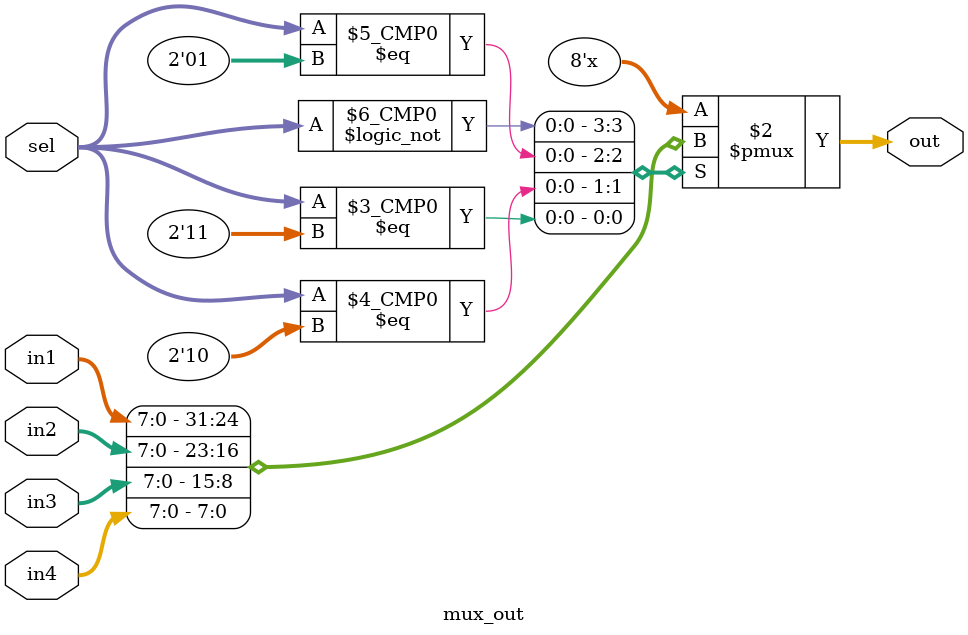
<source format=v>
`timescale 1ns / 1ps


module mux_out(input [1:0] sel,
               input [7:0] in1, in2, in3, in4,
               output reg [7:0] out);
always @ (in1, in2, in3, in4, sel)
begin
    case(sel)
        2'b00: out = in1;
        2'b01: out = in2;
        2'b10: out = in3;
        2'b11: out = in4;
    endcase
end          
endmodule

</source>
